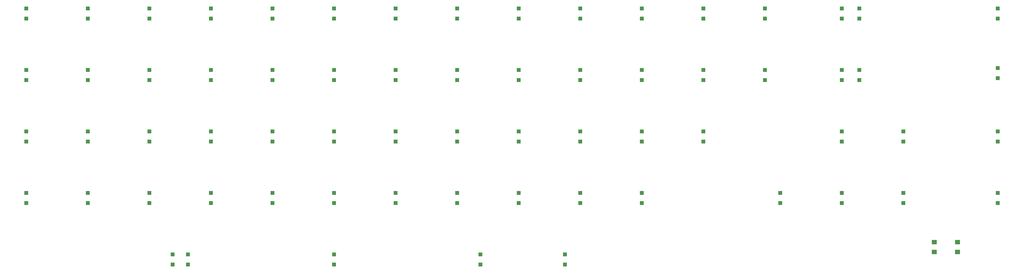
<source format=gbr>
G04 #@! TF.GenerationSoftware,KiCad,Pcbnew,(5.0.1)-3*
G04 #@! TF.CreationDate,2019-03-03T22:41:32+01:00*
G04 #@! TF.ProjectId,OC64,4F4336342E6B696361645F7063620000,rev?*
G04 #@! TF.SameCoordinates,Original*
G04 #@! TF.FileFunction,Paste,Bot*
G04 #@! TF.FilePolarity,Positive*
%FSLAX46Y46*%
G04 Gerber Fmt 4.6, Leading zero omitted, Abs format (unit mm)*
G04 Created by KiCad (PCBNEW (5.0.1)-3) date 3/03/2019 22:41:32*
%MOMM*%
%LPD*%
G01*
G04 APERTURE LIST*
%ADD10R,1.600000X1.400000*%
%ADD11R,1.200000X1.200000*%
G04 APERTURE END LIST*
D10*
G04 #@! TO.C,RSW1*
X346594038Y-158756382D03*
X339394038Y-158756382D03*
X346594038Y-155756382D03*
X339394038Y-155756382D03*
G04 #@! TD*
D11*
G04 #@! TO.C,D64*
X108440740Y-162670203D03*
X108440740Y-159520203D03*
G04 #@! TD*
G04 #@! TO.C,D65*
X153684490Y-159520203D03*
X153684490Y-162670203D03*
G04 #@! TD*
G04 #@! TO.C,D66*
X198928240Y-162670203D03*
X198928240Y-159520203D03*
G04 #@! TD*
G04 #@! TO.C,D67*
X225122064Y-159520451D03*
X225122064Y-162670451D03*
G04 #@! TD*
G04 #@! TO.C,D1*
X58434490Y-86470203D03*
X58434490Y-83320203D03*
G04 #@! TD*
G04 #@! TO.C,D2*
X77484490Y-86470203D03*
X77484490Y-83320203D03*
G04 #@! TD*
G04 #@! TO.C,D3*
X96534490Y-86470203D03*
X96534490Y-83320203D03*
G04 #@! TD*
G04 #@! TO.C,D4*
X115584490Y-86470203D03*
X115584490Y-83320203D03*
G04 #@! TD*
G04 #@! TO.C,D5*
X134634490Y-86470203D03*
X134634490Y-83320203D03*
G04 #@! TD*
G04 #@! TO.C,D6*
X153684490Y-86470203D03*
X153684490Y-83320203D03*
G04 #@! TD*
G04 #@! TO.C,D7*
X172734490Y-86470203D03*
X172734490Y-83320203D03*
G04 #@! TD*
G04 #@! TO.C,D8*
X191784490Y-86470203D03*
X191784490Y-83320203D03*
G04 #@! TD*
G04 #@! TO.C,D9*
X210834490Y-83320203D03*
X210834490Y-86470203D03*
G04 #@! TD*
G04 #@! TO.C,D10*
X229884490Y-83320203D03*
X229884490Y-86470203D03*
G04 #@! TD*
G04 #@! TO.C,D11*
X248934490Y-83320203D03*
X248934490Y-86470203D03*
G04 #@! TD*
G04 #@! TO.C,D12*
X267984490Y-83320203D03*
X267984490Y-86470203D03*
G04 #@! TD*
G04 #@! TO.C,D13*
X287034490Y-83320203D03*
X287034490Y-86470203D03*
G04 #@! TD*
G04 #@! TO.C,D14*
X310847136Y-83320203D03*
X310847136Y-86470203D03*
G04 #@! TD*
G04 #@! TO.C,D15*
X316204953Y-83320203D03*
X316204953Y-86470203D03*
G04 #@! TD*
G04 #@! TO.C,D16*
X359067489Y-83320387D03*
X359067489Y-86470387D03*
G04 #@! TD*
G04 #@! TO.C,D17*
X58434490Y-105520203D03*
X58434490Y-102370203D03*
G04 #@! TD*
G04 #@! TO.C,D18*
X77484490Y-105520203D03*
X77484490Y-102370203D03*
G04 #@! TD*
G04 #@! TO.C,D19*
X96534490Y-105520203D03*
X96534490Y-102370203D03*
G04 #@! TD*
G04 #@! TO.C,D20*
X115584490Y-105520203D03*
X115584490Y-102370203D03*
G04 #@! TD*
G04 #@! TO.C,D21*
X134634490Y-105520203D03*
X134634490Y-102370203D03*
G04 #@! TD*
G04 #@! TO.C,D22*
X153684490Y-105520203D03*
X153684490Y-102370203D03*
G04 #@! TD*
G04 #@! TO.C,D23*
X172734490Y-105520203D03*
X172734490Y-102370203D03*
G04 #@! TD*
G04 #@! TO.C,D24*
X191784490Y-105520203D03*
X191784490Y-102370203D03*
G04 #@! TD*
G04 #@! TO.C,D25*
X210834490Y-102370203D03*
X210834490Y-105520203D03*
G04 #@! TD*
G04 #@! TO.C,D26*
X229884490Y-102370203D03*
X229884490Y-105520203D03*
G04 #@! TD*
G04 #@! TO.C,D27*
X248934490Y-102370203D03*
X248934490Y-105520203D03*
G04 #@! TD*
G04 #@! TO.C,D28*
X267984490Y-102370203D03*
X267984490Y-105520203D03*
G04 #@! TD*
G04 #@! TO.C,D29*
X287034490Y-102370203D03*
X287034490Y-105520203D03*
G04 #@! TD*
G04 #@! TO.C,D30*
X310847136Y-102370203D03*
X310847136Y-105520203D03*
G04 #@! TD*
G04 #@! TO.C,D31*
X316204953Y-102370203D03*
X316204953Y-105520203D03*
G04 #@! TD*
G04 #@! TO.C,D32*
X359067489Y-101775090D03*
X359067489Y-104925090D03*
G04 #@! TD*
G04 #@! TO.C,D33*
X58434490Y-124570203D03*
X58434490Y-121420203D03*
G04 #@! TD*
G04 #@! TO.C,D34*
X77484490Y-124570203D03*
X77484490Y-121420203D03*
G04 #@! TD*
G04 #@! TO.C,D35*
X96534490Y-124570203D03*
X96534490Y-121420203D03*
G04 #@! TD*
G04 #@! TO.C,D36*
X115584490Y-124570203D03*
X115584490Y-121420203D03*
G04 #@! TD*
G04 #@! TO.C,D37*
X134634490Y-124570203D03*
X134634490Y-121420203D03*
G04 #@! TD*
G04 #@! TO.C,D38*
X153684490Y-124570203D03*
X153684490Y-121420203D03*
G04 #@! TD*
G04 #@! TO.C,D39*
X172734490Y-124570203D03*
X172734490Y-121420203D03*
G04 #@! TD*
G04 #@! TO.C,D40*
X191784490Y-124570203D03*
X191784490Y-121420203D03*
G04 #@! TD*
G04 #@! TO.C,D41*
X210834490Y-121420203D03*
X210834490Y-124570203D03*
G04 #@! TD*
G04 #@! TO.C,D42*
X229884490Y-121420203D03*
X229884490Y-124570203D03*
G04 #@! TD*
G04 #@! TO.C,D43*
X248934490Y-121420203D03*
X248934490Y-124570203D03*
G04 #@! TD*
G04 #@! TO.C,D44*
X267984490Y-124570203D03*
X267984490Y-121420203D03*
G04 #@! TD*
G04 #@! TO.C,D45*
X310846990Y-121420203D03*
X310846990Y-124570203D03*
G04 #@! TD*
G04 #@! TO.C,D46*
X329896990Y-121420203D03*
X329896990Y-124570203D03*
G04 #@! TD*
G04 #@! TO.C,D47*
X359067489Y-121420419D03*
X359067489Y-124570419D03*
G04 #@! TD*
G04 #@! TO.C,D48*
X58434490Y-143620203D03*
X58434490Y-140470203D03*
G04 #@! TD*
G04 #@! TO.C,D49*
X77484490Y-143620203D03*
X77484490Y-140470203D03*
G04 #@! TD*
G04 #@! TO.C,D50*
X96534490Y-143620203D03*
X96534490Y-140470203D03*
G04 #@! TD*
G04 #@! TO.C,D51*
X115584490Y-143620203D03*
X115584490Y-140470203D03*
G04 #@! TD*
G04 #@! TO.C,D52*
X134634490Y-143620203D03*
X134634490Y-140470203D03*
G04 #@! TD*
G04 #@! TO.C,D53*
X153684490Y-143620203D03*
X153684490Y-140470203D03*
G04 #@! TD*
G04 #@! TO.C,D54*
X172734490Y-143620203D03*
X172734490Y-140470203D03*
G04 #@! TD*
G04 #@! TO.C,D55*
X191784490Y-143620203D03*
X191784490Y-140470203D03*
G04 #@! TD*
G04 #@! TO.C,D56*
X210834490Y-140470203D03*
X210834490Y-143620203D03*
G04 #@! TD*
G04 #@! TO.C,D57*
X229884490Y-140470203D03*
X229884490Y-143620203D03*
G04 #@! TD*
G04 #@! TO.C,D58*
X248934490Y-140470203D03*
X248934490Y-143620203D03*
G04 #@! TD*
G04 #@! TO.C,D59*
X291796990Y-143620203D03*
X291796990Y-140470203D03*
G04 #@! TD*
G04 #@! TO.C,D60*
X310846990Y-140470203D03*
X310846990Y-143620203D03*
G04 #@! TD*
G04 #@! TO.C,D61*
X329896990Y-140470203D03*
X329896990Y-143620203D03*
G04 #@! TD*
G04 #@! TO.C,D62*
X359067489Y-140470435D03*
X359067489Y-143620435D03*
G04 #@! TD*
G04 #@! TO.C,D63*
X103678240Y-162670203D03*
X103678240Y-159520203D03*
G04 #@! TD*
M02*

</source>
